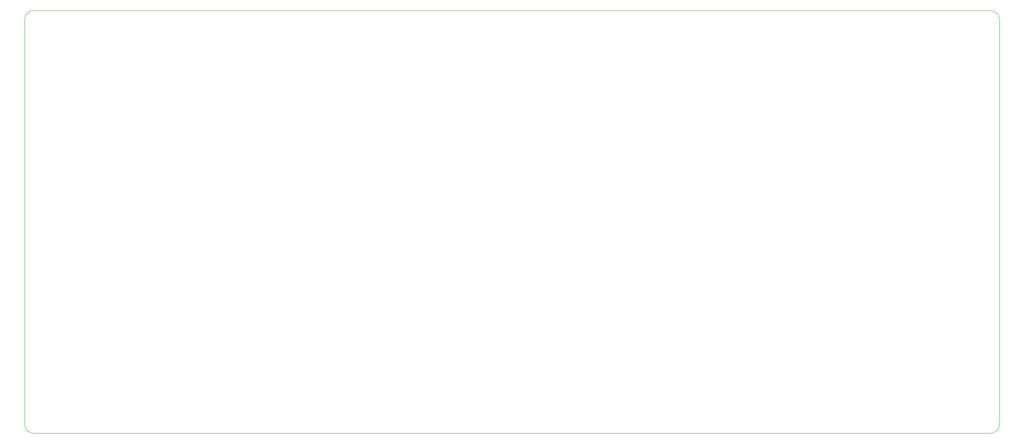
<source format=gm1>
G04 #@! TF.GenerationSoftware,KiCad,Pcbnew,8.0.9-8.0.9-0~ubuntu24.04.1*
G04 #@! TF.CreationDate,2025-10-26T13:13:23-04:00*
G04 #@! TF.ProjectId,analog_i,616e616c-6f67-45f6-992e-6b696361645f,rev?*
G04 #@! TF.SameCoordinates,Original*
G04 #@! TF.FileFunction,Profile,NP*
%FSLAX46Y46*%
G04 Gerber Fmt 4.6, Leading zero omitted, Abs format (unit mm)*
G04 Created by KiCad (PCBNEW 8.0.9-8.0.9-0~ubuntu24.04.1) date 2025-10-26 13:13:23*
%MOMM*%
%LPD*%
G01*
G04 APERTURE LIST*
G04 #@! TA.AperFunction,Profile*
%ADD10C,0.100000*%
G04 #@! TD*
G04 #@! TA.AperFunction,Profile*
%ADD11C,0.050000*%
G04 #@! TD*
G04 APERTURE END LIST*
D10*
X253770000Y-49000000D02*
G75*
G02*
X255770000Y-51000000I0J-2000000D01*
G01*
X36750000Y-51000000D02*
G75*
G02*
X38750000Y-49000000I2000000J0D01*
G01*
D11*
X38750000Y-49000000D02*
X253750000Y-49000000D01*
D10*
X255750000Y-142000000D02*
G75*
G02*
X253750000Y-144000000I-2000000J0D01*
G01*
D11*
X38750000Y-144000000D02*
X253750000Y-144000000D01*
X255775000Y-51000000D02*
X255750000Y-142000000D01*
X36750000Y-51000000D02*
X36750000Y-142000000D01*
D10*
X38750000Y-144000000D02*
G75*
G02*
X36750000Y-142000000I0J2000000D01*
G01*
M02*

</source>
